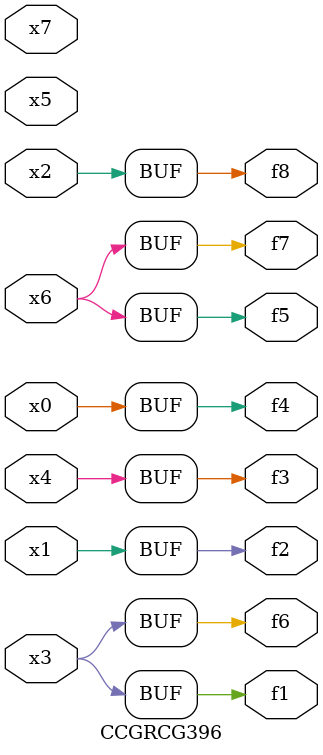
<source format=v>
module CCGRCG396(
	input x0, x1, x2, x3, x4, x5, x6, x7,
	output f1, f2, f3, f4, f5, f6, f7, f8
);
	assign f1 = x3;
	assign f2 = x1;
	assign f3 = x4;
	assign f4 = x0;
	assign f5 = x6;
	assign f6 = x3;
	assign f7 = x6;
	assign f8 = x2;
endmodule

</source>
